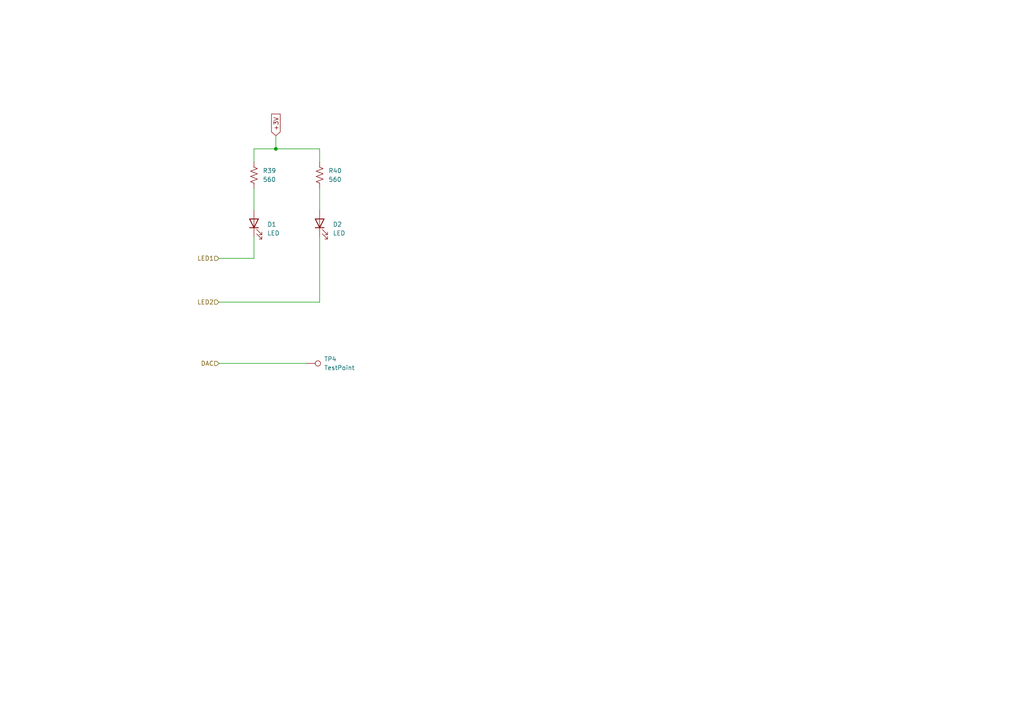
<source format=kicad_sch>
(kicad_sch
	(version 20231120)
	(generator "eeschema")
	(generator_version "8.0")
	(uuid "a7810eb9-abe8-40ce-8c7e-a3035e6df392")
	(paper "A4")
	(title_block
		(title "moteus-x1")
		(rev "1")
	)
	(lib_symbols
		(symbol "Connector:TestPoint"
			(pin_numbers hide)
			(pin_names
				(offset 0.762) hide)
			(exclude_from_sim no)
			(in_bom yes)
			(on_board yes)
			(property "Reference" "TP"
				(at 0 6.858 0)
				(effects
					(font
						(size 1.27 1.27)
					)
				)
			)
			(property "Value" "TestPoint"
				(at 0 5.08 0)
				(effects
					(font
						(size 1.27 1.27)
					)
				)
			)
			(property "Footprint" ""
				(at 5.08 0 0)
				(effects
					(font
						(size 1.27 1.27)
					)
					(hide yes)
				)
			)
			(property "Datasheet" "~"
				(at 5.08 0 0)
				(effects
					(font
						(size 1.27 1.27)
					)
					(hide yes)
				)
			)
			(property "Description" "test point"
				(at 0 0 0)
				(effects
					(font
						(size 1.27 1.27)
					)
					(hide yes)
				)
			)
			(property "ki_keywords" "test point tp"
				(at 0 0 0)
				(effects
					(font
						(size 1.27 1.27)
					)
					(hide yes)
				)
			)
			(property "ki_fp_filters" "Pin* Test*"
				(at 0 0 0)
				(effects
					(font
						(size 1.27 1.27)
					)
					(hide yes)
				)
			)
			(symbol "TestPoint_0_1"
				(circle
					(center 0 3.302)
					(radius 0.762)
					(stroke
						(width 0)
						(type default)
					)
					(fill
						(type none)
					)
				)
			)
			(symbol "TestPoint_1_1"
				(pin passive line
					(at 0 0 90)
					(length 2.54)
					(name "1"
						(effects
							(font
								(size 1.27 1.27)
							)
						)
					)
					(number "1"
						(effects
							(font
								(size 1.27 1.27)
							)
						)
					)
				)
			)
		)
		(symbol "Device:LED"
			(pin_numbers hide)
			(pin_names
				(offset 1.016) hide)
			(exclude_from_sim no)
			(in_bom yes)
			(on_board yes)
			(property "Reference" "D"
				(at 0 2.54 0)
				(effects
					(font
						(size 1.27 1.27)
					)
				)
			)
			(property "Value" "LED"
				(at 0 -2.54 0)
				(effects
					(font
						(size 1.27 1.27)
					)
				)
			)
			(property "Footprint" ""
				(at 0 0 0)
				(effects
					(font
						(size 1.27 1.27)
					)
					(hide yes)
				)
			)
			(property "Datasheet" "~"
				(at 0 0 0)
				(effects
					(font
						(size 1.27 1.27)
					)
					(hide yes)
				)
			)
			(property "Description" "Light emitting diode"
				(at 0 0 0)
				(effects
					(font
						(size 1.27 1.27)
					)
					(hide yes)
				)
			)
			(property "ki_keywords" "LED diode"
				(at 0 0 0)
				(effects
					(font
						(size 1.27 1.27)
					)
					(hide yes)
				)
			)
			(property "ki_fp_filters" "LED* LED_SMD:* LED_THT:*"
				(at 0 0 0)
				(effects
					(font
						(size 1.27 1.27)
					)
					(hide yes)
				)
			)
			(symbol "LED_0_1"
				(polyline
					(pts
						(xy -1.27 -1.27) (xy -1.27 1.27)
					)
					(stroke
						(width 0.254)
						(type default)
					)
					(fill
						(type none)
					)
				)
				(polyline
					(pts
						(xy -1.27 0) (xy 1.27 0)
					)
					(stroke
						(width 0)
						(type default)
					)
					(fill
						(type none)
					)
				)
				(polyline
					(pts
						(xy 1.27 -1.27) (xy 1.27 1.27) (xy -1.27 0) (xy 1.27 -1.27)
					)
					(stroke
						(width 0.254)
						(type default)
					)
					(fill
						(type none)
					)
				)
				(polyline
					(pts
						(xy -3.048 -0.762) (xy -4.572 -2.286) (xy -3.81 -2.286) (xy -4.572 -2.286) (xy -4.572 -1.524)
					)
					(stroke
						(width 0)
						(type default)
					)
					(fill
						(type none)
					)
				)
				(polyline
					(pts
						(xy -1.778 -0.762) (xy -3.302 -2.286) (xy -2.54 -2.286) (xy -3.302 -2.286) (xy -3.302 -1.524)
					)
					(stroke
						(width 0)
						(type default)
					)
					(fill
						(type none)
					)
				)
			)
			(symbol "LED_1_1"
				(pin passive line
					(at -3.81 0 0)
					(length 2.54)
					(name "K"
						(effects
							(font
								(size 1.27 1.27)
							)
						)
					)
					(number "1"
						(effects
							(font
								(size 1.27 1.27)
							)
						)
					)
				)
				(pin passive line
					(at 3.81 0 180)
					(length 2.54)
					(name "A"
						(effects
							(font
								(size 1.27 1.27)
							)
						)
					)
					(number "2"
						(effects
							(font
								(size 1.27 1.27)
							)
						)
					)
				)
			)
		)
		(symbol "Device:R_US"
			(pin_numbers hide)
			(pin_names
				(offset 0)
			)
			(exclude_from_sim no)
			(in_bom yes)
			(on_board yes)
			(property "Reference" "R"
				(at 2.54 0 90)
				(effects
					(font
						(size 1.27 1.27)
					)
				)
			)
			(property "Value" "R_US"
				(at -2.54 0 90)
				(effects
					(font
						(size 1.27 1.27)
					)
				)
			)
			(property "Footprint" ""
				(at 1.016 -0.254 90)
				(effects
					(font
						(size 1.27 1.27)
					)
					(hide yes)
				)
			)
			(property "Datasheet" "~"
				(at 0 0 0)
				(effects
					(font
						(size 1.27 1.27)
					)
					(hide yes)
				)
			)
			(property "Description" "Resistor, US symbol"
				(at 0 0 0)
				(effects
					(font
						(size 1.27 1.27)
					)
					(hide yes)
				)
			)
			(property "ki_keywords" "R res resistor"
				(at 0 0 0)
				(effects
					(font
						(size 1.27 1.27)
					)
					(hide yes)
				)
			)
			(property "ki_fp_filters" "R_*"
				(at 0 0 0)
				(effects
					(font
						(size 1.27 1.27)
					)
					(hide yes)
				)
			)
			(symbol "R_US_0_1"
				(polyline
					(pts
						(xy 0 -2.286) (xy 0 -2.54)
					)
					(stroke
						(width 0)
						(type default)
					)
					(fill
						(type none)
					)
				)
				(polyline
					(pts
						(xy 0 2.286) (xy 0 2.54)
					)
					(stroke
						(width 0)
						(type default)
					)
					(fill
						(type none)
					)
				)
				(polyline
					(pts
						(xy 0 -0.762) (xy 1.016 -1.143) (xy 0 -1.524) (xy -1.016 -1.905) (xy 0 -2.286)
					)
					(stroke
						(width 0)
						(type default)
					)
					(fill
						(type none)
					)
				)
				(polyline
					(pts
						(xy 0 0.762) (xy 1.016 0.381) (xy 0 0) (xy -1.016 -0.381) (xy 0 -0.762)
					)
					(stroke
						(width 0)
						(type default)
					)
					(fill
						(type none)
					)
				)
				(polyline
					(pts
						(xy 0 2.286) (xy 1.016 1.905) (xy 0 1.524) (xy -1.016 1.143) (xy 0 0.762)
					)
					(stroke
						(width 0)
						(type default)
					)
					(fill
						(type none)
					)
				)
			)
			(symbol "R_US_1_1"
				(pin passive line
					(at 0 3.81 270)
					(length 1.27)
					(name "~"
						(effects
							(font
								(size 1.27 1.27)
							)
						)
					)
					(number "1"
						(effects
							(font
								(size 1.27 1.27)
							)
						)
					)
				)
				(pin passive line
					(at 0 -3.81 90)
					(length 1.27)
					(name "~"
						(effects
							(font
								(size 1.27 1.27)
							)
						)
					)
					(number "2"
						(effects
							(font
								(size 1.27 1.27)
							)
						)
					)
				)
			)
		)
	)
	(junction
		(at 80.01 43.18)
		(diameter 0)
		(color 0 0 0 0)
		(uuid "9ecf1423-4fe8-43a2-9557-68b2533502e4")
	)
	(wire
		(pts
			(xy 92.71 68.58) (xy 92.71 87.63)
		)
		(stroke
			(width 0)
			(type default)
		)
		(uuid "5fa97af0-604c-43f4-8784-49861f6fd58b")
	)
	(wire
		(pts
			(xy 92.71 43.18) (xy 92.71 46.99)
		)
		(stroke
			(width 0)
			(type default)
		)
		(uuid "7ea72aad-9639-4ba4-aa70-42e5ffb25264")
	)
	(wire
		(pts
			(xy 73.66 68.58) (xy 73.66 74.93)
		)
		(stroke
			(width 0)
			(type default)
		)
		(uuid "879db33d-c00c-443f-a2b4-7ca29b5e1775")
	)
	(wire
		(pts
			(xy 73.66 74.93) (xy 63.5 74.93)
		)
		(stroke
			(width 0)
			(type default)
		)
		(uuid "94865130-40bb-4286-938a-bec809575880")
	)
	(wire
		(pts
			(xy 92.71 54.61) (xy 92.71 60.96)
		)
		(stroke
			(width 0)
			(type default)
		)
		(uuid "ab6b9648-8ede-4478-b26b-8b7dd5e8d5b6")
	)
	(wire
		(pts
			(xy 73.66 43.18) (xy 73.66 46.99)
		)
		(stroke
			(width 0)
			(type default)
		)
		(uuid "ac700a11-feac-4024-9fc2-8bc8d3e38a61")
	)
	(wire
		(pts
			(xy 63.5 105.41) (xy 88.9 105.41)
		)
		(stroke
			(width 0)
			(type default)
		)
		(uuid "c178164b-12f3-41d4-bbf7-1c32dd1b851a")
	)
	(wire
		(pts
			(xy 73.66 54.61) (xy 73.66 60.96)
		)
		(stroke
			(width 0)
			(type default)
		)
		(uuid "c6921f2e-b7c6-4ad8-b1bd-e27311757209")
	)
	(wire
		(pts
			(xy 92.71 87.63) (xy 63.5 87.63)
		)
		(stroke
			(width 0)
			(type default)
		)
		(uuid "d113bbf9-1ba0-4622-a170-4461b65f390f")
	)
	(wire
		(pts
			(xy 80.01 39.37) (xy 80.01 43.18)
		)
		(stroke
			(width 0)
			(type default)
		)
		(uuid "d5e301f8-7781-4b5e-b461-ef09e112b4c2")
	)
	(wire
		(pts
			(xy 80.01 43.18) (xy 73.66 43.18)
		)
		(stroke
			(width 0)
			(type default)
		)
		(uuid "deef545d-2859-4302-a1ae-63fae41d4a2b")
	)
	(wire
		(pts
			(xy 80.01 43.18) (xy 92.71 43.18)
		)
		(stroke
			(width 0)
			(type default)
		)
		(uuid "f16dd0a1-2bb6-4a55-9a38-c856ace7a13c")
	)
	(global_label "+3V"
		(shape input)
		(at 80.01 39.37 90)
		(fields_autoplaced yes)
		(effects
			(font
				(size 1.27 1.27)
			)
			(justify left)
		)
		(uuid "726f3439-9399-4421-a07a-255ceb21f13e")
		(property "Intersheetrefs" "${INTERSHEET_REFS}"
			(at 80.01 32.5143 90)
			(effects
				(font
					(size 1.27 1.27)
				)
				(justify left)
				(hide yes)
			)
		)
	)
	(hierarchical_label "LED1"
		(shape input)
		(at 63.5 74.93 180)
		(fields_autoplaced yes)
		(effects
			(font
				(size 1.27 1.27)
			)
			(justify right)
		)
		(uuid "72023d39-a661-493a-ab94-59b986d5bf91")
	)
	(hierarchical_label "LED2"
		(shape input)
		(at 63.5 87.63 180)
		(fields_autoplaced yes)
		(effects
			(font
				(size 1.27 1.27)
			)
			(justify right)
		)
		(uuid "d96f8ed5-8988-4e05-b681-7f633854cebc")
	)
	(hierarchical_label "DAC"
		(shape input)
		(at 63.5 105.41 180)
		(fields_autoplaced yes)
		(effects
			(font
				(size 1.27 1.27)
			)
			(justify right)
		)
		(uuid "e8beb44a-3d7d-457f-8ec2-2ba171ecb1d1")
	)
	(symbol
		(lib_id "Device:LED")
		(at 73.66 64.77 90)
		(unit 1)
		(exclude_from_sim no)
		(in_bom yes)
		(on_board yes)
		(dnp no)
		(fields_autoplaced yes)
		(uuid "32bc2107-5953-430d-b3b2-222038302312")
		(property "Reference" "D1"
			(at 77.47 65.0875 90)
			(effects
				(font
					(size 1.27 1.27)
				)
				(justify right)
			)
		)
		(property "Value" "LED"
			(at 77.47 67.6275 90)
			(effects
				(font
					(size 1.27 1.27)
				)
				(justify right)
			)
		)
		(property "Footprint" "LED_SMD:LED_0603_1608Metric"
			(at 73.66 64.77 0)
			(effects
				(font
					(size 1.27 1.27)
				)
				(hide yes)
			)
		)
		(property "Datasheet" "~"
			(at 73.66 64.77 0)
			(effects
				(font
					(size 1.27 1.27)
				)
				(hide yes)
			)
		)
		(property "Description" ""
			(at 73.66 64.77 0)
			(effects
				(font
					(size 1.27 1.27)
				)
				(hide yes)
			)
		)
		(property "MPN" "MF-LED-0603-RED"
			(at 73.66 64.77 90)
			(effects
				(font
					(size 1.27 1.27)
				)
				(hide yes)
			)
		)
		(property "POPULATE" "1"
			(at 73.66 64.77 90)
			(effects
				(font
					(size 1.27 1.27)
				)
				(hide yes)
			)
		)
		(pin "1"
			(uuid "953ec277-524f-48c4-8cc4-0a7236094d70")
		)
		(pin "2"
			(uuid "6323ee1c-1732-466b-ade2-e689373a439f")
		)
		(instances
			(project "moteus_x1"
				(path "/bd70986b-b0dc-4add-82aa-78459b97d0c4/54136a62-2cda-4bb6-b3b3-758464ba372d"
					(reference "D1")
					(unit 1)
				)
			)
		)
	)
	(symbol
		(lib_id "Device:R_US")
		(at 92.71 50.8 0)
		(unit 1)
		(exclude_from_sim no)
		(in_bom yes)
		(on_board yes)
		(dnp no)
		(fields_autoplaced yes)
		(uuid "43f47a45-e44c-4e0a-b3f0-8656118587f4")
		(property "Reference" "R40"
			(at 95.25 49.53 0)
			(effects
				(font
					(size 1.27 1.27)
				)
				(justify left)
			)
		)
		(property "Value" "560"
			(at 95.25 52.07 0)
			(effects
				(font
					(size 1.27 1.27)
				)
				(justify left)
			)
		)
		(property "Footprint" "Resistor_SMD:R_0402_1005Metric"
			(at 93.726 51.054 90)
			(effects
				(font
					(size 1.27 1.27)
				)
				(hide yes)
			)
		)
		(property "Datasheet" "~"
			(at 92.71 50.8 0)
			(effects
				(font
					(size 1.27 1.27)
				)
				(hide yes)
			)
		)
		(property "Description" ""
			(at 92.71 50.8 0)
			(effects
				(font
					(size 1.27 1.27)
				)
				(hide yes)
			)
		)
		(property "MPN" "MF-RES-0402-560"
			(at 92.71 50.8 0)
			(effects
				(font
					(size 1.27 1.27)
				)
				(hide yes)
			)
		)
		(property "POPULATE" "1"
			(at 92.71 50.8 0)
			(effects
				(font
					(size 1.27 1.27)
				)
				(hide yes)
			)
		)
		(pin "1"
			(uuid "3eb80e92-0f71-43b1-a558-b844d1f9a93a")
		)
		(pin "2"
			(uuid "53d8ef95-f87b-41ab-bb7f-7f9afdcb75dc")
		)
		(instances
			(project "moteus_x1"
				(path "/bd70986b-b0dc-4add-82aa-78459b97d0c4/54136a62-2cda-4bb6-b3b3-758464ba372d"
					(reference "R40")
					(unit 1)
				)
			)
		)
	)
	(symbol
		(lib_id "Device:R_US")
		(at 73.66 50.8 0)
		(unit 1)
		(exclude_from_sim no)
		(in_bom yes)
		(on_board yes)
		(dnp no)
		(fields_autoplaced yes)
		(uuid "ca9da3eb-8a55-42fa-ad5f-d3fdbae2b76c")
		(property "Reference" "R39"
			(at 76.2 49.53 0)
			(effects
				(font
					(size 1.27 1.27)
				)
				(justify left)
			)
		)
		(property "Value" "560"
			(at 76.2 52.07 0)
			(effects
				(font
					(size 1.27 1.27)
				)
				(justify left)
			)
		)
		(property "Footprint" "Resistor_SMD:R_0402_1005Metric"
			(at 74.676 51.054 90)
			(effects
				(font
					(size 1.27 1.27)
				)
				(hide yes)
			)
		)
		(property "Datasheet" "~"
			(at 73.66 50.8 0)
			(effects
				(font
					(size 1.27 1.27)
				)
				(hide yes)
			)
		)
		(property "Description" ""
			(at 73.66 50.8 0)
			(effects
				(font
					(size 1.27 1.27)
				)
				(hide yes)
			)
		)
		(property "MPN" "MF-RES-0402-560"
			(at 73.66 50.8 0)
			(effects
				(font
					(size 1.27 1.27)
				)
				(hide yes)
			)
		)
		(property "POPULATE" "1"
			(at 73.66 50.8 0)
			(effects
				(font
					(size 1.27 1.27)
				)
				(hide yes)
			)
		)
		(pin "1"
			(uuid "907e8242-934b-4c92-bdad-b34edbe5d8f8")
		)
		(pin "2"
			(uuid "e724624d-b28f-4f16-bb6c-1aaac7c304b8")
		)
		(instances
			(project "moteus_x1"
				(path "/bd70986b-b0dc-4add-82aa-78459b97d0c4/54136a62-2cda-4bb6-b3b3-758464ba372d"
					(reference "R39")
					(unit 1)
				)
			)
		)
	)
	(symbol
		(lib_id "Device:LED")
		(at 92.71 64.77 90)
		(unit 1)
		(exclude_from_sim no)
		(in_bom yes)
		(on_board yes)
		(dnp no)
		(fields_autoplaced yes)
		(uuid "cf601838-54e9-47a8-adf2-147c55b3aeec")
		(property "Reference" "D2"
			(at 96.52 65.0875 90)
			(effects
				(font
					(size 1.27 1.27)
				)
				(justify right)
			)
		)
		(property "Value" "LED"
			(at 96.52 67.6275 90)
			(effects
				(font
					(size 1.27 1.27)
				)
				(justify right)
			)
		)
		(property "Footprint" "LED_SMD:LED_0603_1608Metric"
			(at 92.71 64.77 0)
			(effects
				(font
					(size 1.27 1.27)
				)
				(hide yes)
			)
		)
		(property "Datasheet" "~"
			(at 92.71 64.77 0)
			(effects
				(font
					(size 1.27 1.27)
				)
				(hide yes)
			)
		)
		(property "Description" ""
			(at 92.71 64.77 0)
			(effects
				(font
					(size 1.27 1.27)
				)
				(hide yes)
			)
		)
		(property "MPN" "MF-LED-0603-GREEN"
			(at 92.71 64.77 90)
			(effects
				(font
					(size 1.27 1.27)
				)
				(hide yes)
			)
		)
		(property "POPULATE" "1"
			(at 92.71 64.77 90)
			(effects
				(font
					(size 1.27 1.27)
				)
				(hide yes)
			)
		)
		(pin "1"
			(uuid "73d9cdcf-cf10-46d3-9b9b-d946e7529b74")
		)
		(pin "2"
			(uuid "5f8a4e0f-aec6-42d1-89aa-12fac9adbe3d")
		)
		(instances
			(project "moteus_x1"
				(path "/bd70986b-b0dc-4add-82aa-78459b97d0c4/54136a62-2cda-4bb6-b3b3-758464ba372d"
					(reference "D2")
					(unit 1)
				)
			)
		)
	)
	(symbol
		(lib_id "Connector:TestPoint")
		(at 88.9 105.41 270)
		(unit 1)
		(exclude_from_sim no)
		(in_bom no)
		(on_board yes)
		(dnp no)
		(fields_autoplaced yes)
		(uuid "d78105f3-5961-445d-8da9-a697d5089adb")
		(property "Reference" "TP4"
			(at 93.98 104.14 90)
			(effects
				(font
					(size 1.27 1.27)
				)
				(justify left)
			)
		)
		(property "Value" "TestPoint"
			(at 93.98 106.68 90)
			(effects
				(font
					(size 1.27 1.27)
				)
				(justify left)
			)
		)
		(property "Footprint" "TestPoint:TestPoint_THTPad_D1.0mm_Drill0.5mm"
			(at 88.9 110.49 0)
			(effects
				(font
					(size 1.27 1.27)
				)
				(hide yes)
			)
		)
		(property "Datasheet" "~"
			(at 88.9 110.49 0)
			(effects
				(font
					(size 1.27 1.27)
				)
				(hide yes)
			)
		)
		(property "Description" ""
			(at 88.9 105.41 0)
			(effects
				(font
					(size 1.27 1.27)
				)
				(hide yes)
			)
		)
		(pin "1"
			(uuid "c1f59678-7119-4611-9ade-92a462cd33ae")
		)
		(instances
			(project "moteus_x1"
				(path "/bd70986b-b0dc-4add-82aa-78459b97d0c4/54136a62-2cda-4bb6-b3b3-758464ba372d"
					(reference "TP4")
					(unit 1)
				)
			)
		)
	)
)

</source>
